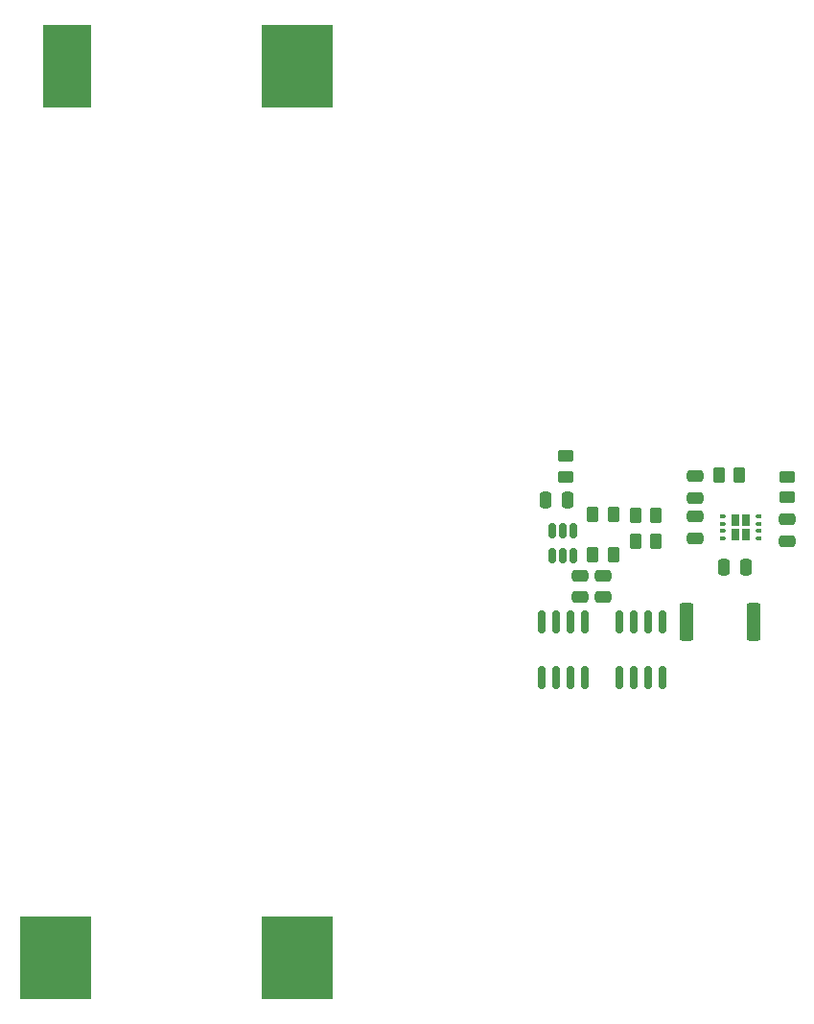
<source format=gbr>
%TF.GenerationSoftware,KiCad,Pcbnew,6.0.9*%
%TF.CreationDate,2022-12-12T20:01:49-05:00*%
%TF.ProjectId,piridium-eps,70697269-6469-4756-9d2d-6570732e6b69,rev?*%
%TF.SameCoordinates,Original*%
%TF.FileFunction,Paste,Top*%
%TF.FilePolarity,Positive*%
%FSLAX46Y46*%
G04 Gerber Fmt 4.6, Leading zero omitted, Abs format (unit mm)*
G04 Created by KiCad (PCBNEW 6.0.9) date 2022-12-12 20:01:49*
%MOMM*%
%LPD*%
G01*
G04 APERTURE LIST*
G04 Aperture macros list*
%AMRoundRect*
0 Rectangle with rounded corners*
0 $1 Rounding radius*
0 $2 $3 $4 $5 $6 $7 $8 $9 X,Y pos of 4 corners*
0 Add a 4 corners polygon primitive as box body*
4,1,4,$2,$3,$4,$5,$6,$7,$8,$9,$2,$3,0*
0 Add four circle primitives for the rounded corners*
1,1,$1+$1,$2,$3*
1,1,$1+$1,$4,$5*
1,1,$1+$1,$6,$7*
1,1,$1+$1,$8,$9*
0 Add four rect primitives between the rounded corners*
20,1,$1+$1,$2,$3,$4,$5,0*
20,1,$1+$1,$4,$5,$6,$7,0*
20,1,$1+$1,$6,$7,$8,$9,0*
20,1,$1+$1,$8,$9,$2,$3,0*%
G04 Aperture macros list end*
%ADD10RoundRect,0.250000X0.475000X-0.250000X0.475000X0.250000X-0.475000X0.250000X-0.475000X-0.250000X0*%
%ADD11RoundRect,0.250000X0.250000X0.475000X-0.250000X0.475000X-0.250000X-0.475000X0.250000X-0.475000X0*%
%ADD12RoundRect,0.250000X-0.475000X0.250000X-0.475000X-0.250000X0.475000X-0.250000X0.475000X0.250000X0*%
%ADD13RoundRect,0.150000X-0.150000X0.825000X-0.150000X-0.825000X0.150000X-0.825000X0.150000X0.825000X0*%
%ADD14RoundRect,0.250000X-0.262500X-0.450000X0.262500X-0.450000X0.262500X0.450000X-0.262500X0.450000X0*%
%ADD15RoundRect,0.250000X0.262500X0.450000X-0.262500X0.450000X-0.262500X-0.450000X0.262500X-0.450000X0*%
%ADD16RoundRect,0.250000X-0.250000X-0.475000X0.250000X-0.475000X0.250000X0.475000X-0.250000X0.475000X0*%
%ADD17R,4.318000X7.340000*%
%ADD18R,6.350000X7.340000*%
%ADD19RoundRect,0.250000X-0.450000X0.262500X-0.450000X-0.262500X0.450000X-0.262500X0.450000X0.262500X0*%
%ADD20RoundRect,0.250000X-0.362500X-1.425000X0.362500X-1.425000X0.362500X1.425000X-0.362500X1.425000X0*%
%ADD21RoundRect,0.150000X0.150000X-0.512500X0.150000X0.512500X-0.150000X0.512500X-0.150000X-0.512500X0*%
%ADD22O,0.550000X0.300000*%
%ADD23R,0.200000X0.300000*%
%ADD24R,0.650000X1.000000*%
G04 APERTURE END LIST*
D10*
%TO.C,C7*%
X161417000Y-106295000D03*
X161417000Y-104395000D03*
%TD*%
D11*
%TO.C,C6*%
X160269000Y-97725000D03*
X158369000Y-97725000D03*
%TD*%
D12*
%TO.C,C1*%
X179646500Y-99444500D03*
X179646500Y-101344500D03*
%TD*%
D13*
%TO.C,Q2*%
X168656000Y-108458000D03*
X167386000Y-108458000D03*
X166116000Y-108458000D03*
X164846000Y-108458000D03*
X164846000Y-113408000D03*
X166116000Y-113408000D03*
X167386000Y-113408000D03*
X168656000Y-113408000D03*
%TD*%
D14*
%TO.C,R7*%
X162536500Y-102551000D03*
X164361500Y-102551000D03*
%TD*%
D12*
%TO.C,C2*%
X171518500Y-95634500D03*
X171518500Y-97534500D03*
%TD*%
D14*
%TO.C,R3*%
X166288000Y-99124500D03*
X168113000Y-99124500D03*
%TD*%
D15*
%TO.C,R5*%
X164361500Y-98995000D03*
X162536500Y-98995000D03*
%TD*%
%TO.C,R2*%
X175479000Y-95568500D03*
X173654000Y-95568500D03*
%TD*%
D14*
%TO.C,R4*%
X166288000Y-101410500D03*
X168113000Y-101410500D03*
%TD*%
D16*
%TO.C,C4*%
X174124500Y-103696500D03*
X176024500Y-103696500D03*
%TD*%
D17*
%TO.C,BT6*%
X116078000Y-59436000D03*
D18*
X115062000Y-138136000D03*
%TD*%
D13*
%TO.C,Q1*%
X161798000Y-108458000D03*
X160528000Y-108458000D03*
X159258000Y-108458000D03*
X157988000Y-108458000D03*
X157988000Y-113408000D03*
X159258000Y-113408000D03*
X160528000Y-113408000D03*
X161798000Y-113408000D03*
%TD*%
D12*
%TO.C,C3*%
X171518500Y-99190500D03*
X171518500Y-101090500D03*
%TD*%
D19*
%TO.C,R1*%
X179646500Y-95672000D03*
X179646500Y-97497000D03*
%TD*%
D12*
%TO.C,C5*%
X163449000Y-104395000D03*
X163449000Y-106295000D03*
%TD*%
D18*
%TO.C,BT5*%
X136398000Y-59476000D03*
X136398000Y-138136000D03*
%TD*%
D19*
%TO.C,R6*%
X160147000Y-93868000D03*
X160147000Y-95693000D03*
%TD*%
D20*
%TO.C,R8*%
X170773500Y-108458000D03*
X176698500Y-108458000D03*
%TD*%
D21*
%TO.C,U2*%
X158943000Y-102672500D03*
X159893000Y-102672500D03*
X160843000Y-102672500D03*
X160843000Y-100397500D03*
X159893000Y-100397500D03*
X158943000Y-100397500D03*
%TD*%
D22*
%TO.C,U1*%
X174032500Y-99165500D03*
D23*
X173832500Y-99165500D03*
D22*
X174032500Y-99815500D03*
D23*
X173832500Y-99815500D03*
D22*
X174032500Y-100465500D03*
D23*
X173832500Y-100465500D03*
X173832500Y-101115500D03*
D22*
X174032500Y-101115500D03*
X177132500Y-101115500D03*
D23*
X177332500Y-101115500D03*
D22*
X177132500Y-100465500D03*
D23*
X177332500Y-100465500D03*
X177332500Y-99815500D03*
D22*
X177132500Y-99815500D03*
X177132500Y-99165500D03*
D23*
X177332500Y-99165500D03*
D24*
X176032500Y-99515500D03*
X176032500Y-100765500D03*
X175132500Y-99515500D03*
X175132500Y-100765500D03*
%TD*%
M02*

</source>
